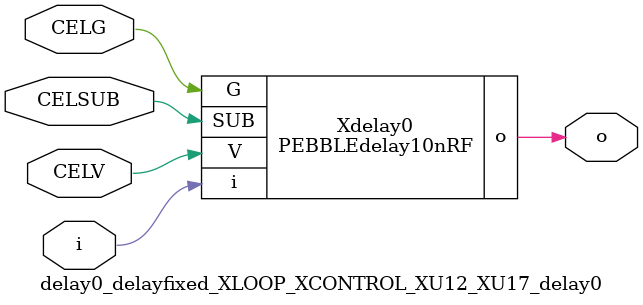
<source format=v>



module PEBBLEdelay10nRF ( o, V, G, i, SUB );

  input V;
  input i;
  input G;
  output o;
  input SUB;
endmodule

//Celera Confidential Do Not Copy delay0_delayfixed_XLOOP_XCONTROL_XU12_XU17_delay0
//TYPE: fixed 10ns
module delay0_delayfixed_XLOOP_XCONTROL_XU12_XU17_delay0 (i, CELV, o,
CELG,CELSUB);
input CELV;
input i;
output o;
input CELSUB;
input CELG;

//Celera Confidential Do Not Copy delayfast0
PEBBLEdelay10nRF Xdelay0(
.V (CELV),
.i (i),
.o (o),
.G (CELG),
.SUB (CELSUB)
);
//,diesize,PEBBLEdelay10nRF

//Celera Confidential Do Not Copy Module End
//Celera Schematic Generator
endmodule

</source>
